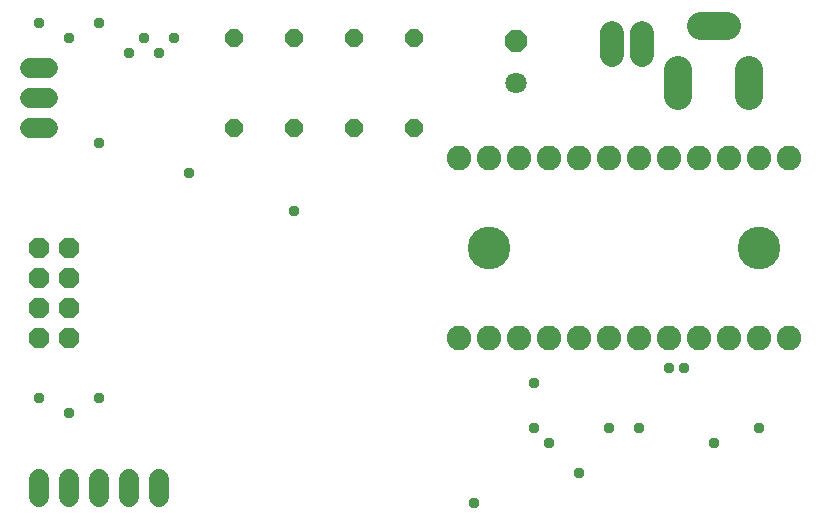
<source format=gbr>
G04 EAGLE Gerber X2 export*
%TF.Part,Single*%
%TF.FileFunction,Soldermask,Bot,1*%
%TF.FilePolarity,Negative*%
%TF.GenerationSoftware,Autodesk,EAGLE,9.1.0*%
%TF.CreationDate,2023-04-28T19:49:15Z*%
G75*
%MOMM*%
%FSLAX34Y34*%
%LPD*%
%AMOC8*
5,1,8,0,0,1.08239X$1,22.5*%
G01*
%ADD10C,3.606800*%
%ADD11C,2.082800*%
%ADD12P,1.869504X8X112.500000*%
%ADD13C,2.387600*%
%ADD14C,1.727200*%
%ADD15P,1.951982X8X112.500000*%
%ADD16C,1.803400*%
%ADD17C,2.003200*%
%ADD18P,1.649562X8X292.500000*%
%ADD19C,0.959600*%


D10*
X469900Y241300D03*
X698500Y241300D03*
D11*
X723900Y317500D03*
X698500Y317500D03*
X673100Y317500D03*
X647700Y317500D03*
X622300Y317500D03*
X596900Y317500D03*
X571500Y317500D03*
X546100Y317500D03*
X520700Y317500D03*
X495300Y317500D03*
X469900Y317500D03*
X444500Y317500D03*
X444500Y165100D03*
X469900Y165100D03*
X495300Y165100D03*
X520700Y165100D03*
X546100Y165100D03*
X571500Y165100D03*
X596900Y165100D03*
X622300Y165100D03*
X647700Y165100D03*
X673100Y165100D03*
X698500Y165100D03*
X723900Y165100D03*
D12*
X88900Y165100D03*
X88900Y190500D03*
X88900Y215900D03*
X88900Y241300D03*
X114300Y165100D03*
X114300Y190500D03*
X114300Y215900D03*
X114300Y241300D03*
D13*
X649478Y429000D02*
X671322Y429000D01*
X690400Y391922D02*
X690400Y370078D01*
X630400Y370078D02*
X630400Y391922D01*
D14*
X96520Y342900D02*
X81280Y342900D01*
X81280Y368300D02*
X96520Y368300D01*
X96520Y393700D02*
X81280Y393700D01*
D15*
X492760Y416560D03*
D16*
X492760Y381000D03*
D17*
X599440Y405020D02*
X599440Y423020D01*
X574040Y423020D02*
X574040Y405020D01*
D14*
X190500Y45720D02*
X190500Y30480D01*
X165100Y30480D02*
X165100Y45720D01*
X139700Y45720D02*
X139700Y30480D01*
X114300Y30480D02*
X114300Y45720D01*
X88900Y45720D02*
X88900Y30480D01*
D18*
X406400Y419100D03*
X406400Y342900D03*
X355600Y419100D03*
X355600Y342900D03*
X304800Y419100D03*
X304800Y342900D03*
X254000Y419100D03*
X254000Y342900D03*
D19*
X304800Y272318D03*
X215900Y304800D03*
X622300Y139700D03*
X88900Y431800D03*
X114300Y419100D03*
X139700Y431800D03*
X571500Y88900D03*
X596900Y88900D03*
X139700Y114300D03*
X114300Y101600D03*
X88900Y114300D03*
X520700Y76200D03*
X457200Y25400D03*
X660400Y76200D03*
X698500Y88900D03*
X139700Y330200D03*
X165100Y406400D03*
X177800Y419100D03*
X190500Y406400D03*
X203200Y419100D03*
X546100Y50800D03*
X508000Y88900D03*
X508000Y127000D03*
X635000Y139700D03*
M02*

</source>
